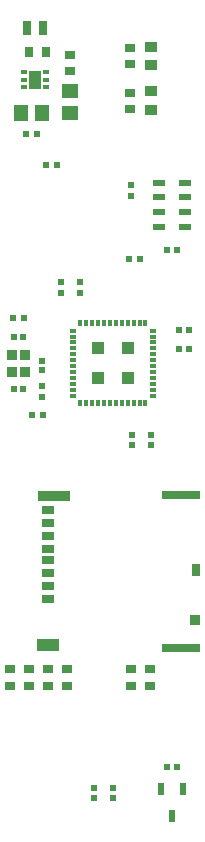
<source format=gtp>
%TF.GenerationSoftware,KiCad,Pcbnew,no-vcs-found-835c19f~60~ubuntu16.04.1*%
%TF.CreationDate,2017-10-14T22:29:22+01:00*%
%TF.ProjectId,altimeter,616C74696D657465722E6B696361645F,rev?*%
%TF.SameCoordinates,Original*%
%TF.FileFunction,Paste,Top*%
%TF.FilePolarity,Positive*%
%FSLAX46Y46*%
G04 Gerber Fmt 4.6, Leading zero omitted, Abs format (unit mm)*
G04 Created by KiCad (PCBNEW no-vcs-found-835c19f~60~ubuntu16.04.1) date Sat Oct 14 22:29:22 2017*
%MOMM*%
%LPD*%
G01*
G04 APERTURE LIST*
%ADD10R,0.620000X0.620000*%
%ADD11R,1.450000X1.150000*%
%ADD12R,1.150000X1.450000*%
%ADD13R,0.900000X0.750000*%
%ADD14R,0.520000X0.520000*%
%ADD15R,1.000000X0.950000*%
%ADD16R,1.100000X0.600000*%
%ADD17R,0.550000X0.300000*%
%ADD18R,0.300000X0.550000*%
%ADD19R,1.002000X1.002000*%
%ADD20R,0.750000X1.300000*%
%ADD21R,0.600000X1.000000*%
%ADD22R,0.750000X0.900000*%
%ADD23R,1.100000X0.700000*%
%ADD24R,1.830000X1.140000*%
%ADD25R,2.800000X0.860000*%
%ADD26R,3.330000X0.700000*%
%ADD27R,0.930000X0.900000*%
%ADD28R,0.780000X1.050000*%
%ADD29R,0.850000X0.950000*%
%ADD30R,1.000000X1.600000*%
%ADD31R,0.500000X0.400000*%
G04 APERTURE END LIST*
D10*
%TO.C,C1*%
X105350000Y-90400000D03*
X106250000Y-90400000D03*
%TD*%
D11*
%TO.C,C2*%
X97200000Y-78800000D03*
X97200000Y-77000000D03*
%TD*%
D12*
%TO.C,C3*%
X93000000Y-78800000D03*
X94800000Y-78800000D03*
%TD*%
D13*
%TO.C,C4*%
X95300000Y-127300000D03*
X95300000Y-125900000D03*
%TD*%
D10*
%TO.C,C5*%
X94350000Y-80600000D03*
X93450000Y-80600000D03*
%TD*%
%TO.C,C6*%
X94800000Y-102850000D03*
X94800000Y-101950000D03*
%TD*%
D14*
%TO.C,C7*%
X92400000Y-97800000D03*
X93200000Y-97800000D03*
%TD*%
%TO.C,C8*%
X92400000Y-102200000D03*
X93200000Y-102200000D03*
%TD*%
D10*
%TO.C,C9*%
X96050000Y-83200000D03*
X95150000Y-83200000D03*
%TD*%
%TO.C,C10*%
X98000000Y-93150000D03*
X98000000Y-94050000D03*
%TD*%
%TO.C,C11*%
X96400000Y-94050000D03*
X96400000Y-93150000D03*
%TD*%
%TO.C,C12*%
X102400000Y-106950000D03*
X102400000Y-106050000D03*
%TD*%
%TO.C,C13*%
X93250000Y-96200000D03*
X92350000Y-96200000D03*
%TD*%
%TO.C,C14*%
X107250000Y-97200000D03*
X106350000Y-97200000D03*
%TD*%
%TO.C,C15*%
X104000000Y-106050000D03*
X104000000Y-106950000D03*
%TD*%
%TO.C,C16*%
X93950000Y-104400000D03*
X94850000Y-104400000D03*
%TD*%
%TO.C,C17*%
X107250000Y-98800000D03*
X106350000Y-98800000D03*
%TD*%
D15*
%TO.C,D1*%
X104000000Y-74800000D03*
X104000000Y-73200000D03*
%TD*%
%TO.C,D2*%
X104000000Y-77000000D03*
X104000000Y-78600000D03*
%TD*%
D16*
%TO.C,IC1*%
X106900000Y-88475000D03*
X106900000Y-87225000D03*
X106900000Y-85975000D03*
X106900000Y-84725000D03*
X104700000Y-84725000D03*
X104700000Y-85975000D03*
X104700000Y-87225000D03*
X104700000Y-88475000D03*
%TD*%
D17*
%TO.C,IC3*%
X97425000Y-97250000D03*
X97425000Y-97750000D03*
X97425000Y-98250000D03*
X97425000Y-98750000D03*
X97425000Y-99250000D03*
X97425000Y-99750000D03*
X97425000Y-100250000D03*
X97425000Y-100750000D03*
X97425000Y-101250000D03*
X97425000Y-101750000D03*
X97425000Y-102250000D03*
X97425000Y-102750000D03*
D18*
X98050000Y-103375000D03*
X98550000Y-103375000D03*
X99050000Y-103375000D03*
X99550000Y-103375000D03*
X100050000Y-103375000D03*
X100550000Y-103375000D03*
X101050000Y-103375000D03*
X101550000Y-103375000D03*
X102050000Y-103375000D03*
X102550000Y-103375000D03*
X103050000Y-103375000D03*
X103550000Y-103375000D03*
D17*
X104175000Y-102750000D03*
X104175000Y-102250000D03*
X104175000Y-101750000D03*
X104175000Y-101250000D03*
X104175000Y-100750000D03*
X104175000Y-100250000D03*
X104175000Y-99750000D03*
X104175000Y-99250000D03*
X104175000Y-98750000D03*
X104175000Y-98250000D03*
X104175000Y-97750000D03*
X104175000Y-97250000D03*
D18*
X103550000Y-96625000D03*
X103050000Y-96625000D03*
X102550000Y-96625000D03*
X102050000Y-96625000D03*
X101550000Y-96625000D03*
X101050000Y-96625000D03*
X100550000Y-96625000D03*
X100050000Y-96625000D03*
X99550000Y-96625000D03*
X99050000Y-96625000D03*
X98550000Y-96625000D03*
X98050000Y-96625000D03*
D19*
X99550000Y-98750000D03*
X99550000Y-101250000D03*
X102050000Y-98750000D03*
X102050000Y-101250000D03*
%TD*%
D20*
%TO.C,L1*%
X94875000Y-71600000D03*
X93525000Y-71600000D03*
%TD*%
D21*
%TO.C,Q1*%
X106750000Y-136050000D03*
X104850000Y-136050000D03*
X105800000Y-138350000D03*
%TD*%
D13*
%TO.C,R1*%
X93700000Y-125900000D03*
X93700000Y-127300000D03*
%TD*%
D10*
%TO.C,R2*%
X105350000Y-134200000D03*
X106250000Y-134200000D03*
%TD*%
D13*
%TO.C,R3*%
X92100000Y-125900000D03*
X92100000Y-127300000D03*
%TD*%
D10*
%TO.C,R4*%
X100800000Y-135950000D03*
X100800000Y-136850000D03*
%TD*%
D13*
%TO.C,R5*%
X103900000Y-125900000D03*
X103900000Y-127300000D03*
%TD*%
D10*
%TO.C,R6*%
X99200000Y-135950000D03*
X99200000Y-136850000D03*
%TD*%
D13*
%TO.C,R7*%
X102300000Y-127300000D03*
X102300000Y-125900000D03*
%TD*%
%TO.C,R8*%
X96900000Y-127300000D03*
X96900000Y-125900000D03*
%TD*%
D22*
%TO.C,R9*%
X93700000Y-73700000D03*
X95100000Y-73700000D03*
%TD*%
D10*
%TO.C,R10*%
X103050000Y-91200000D03*
X102150000Y-91200000D03*
%TD*%
D13*
%TO.C,R11*%
X97200000Y-75300000D03*
X97200000Y-73900000D03*
%TD*%
D10*
%TO.C,R12*%
X102300000Y-84950000D03*
X102300000Y-85850000D03*
%TD*%
D13*
%TO.C,R13*%
X102200000Y-74700000D03*
X102200000Y-73300000D03*
%TD*%
%TO.C,R14*%
X102200000Y-78500000D03*
X102200000Y-77100000D03*
%TD*%
D14*
%TO.C,R15*%
X94800000Y-100600000D03*
X94800000Y-99800000D03*
%TD*%
D23*
%TO.C,U1*%
X95300000Y-120000000D03*
X95300000Y-118900000D03*
X95300000Y-117800000D03*
X95300000Y-116700000D03*
X95300000Y-115700000D03*
X95300000Y-114600000D03*
X95300000Y-113500000D03*
X95300000Y-112400000D03*
D24*
X95315000Y-123880000D03*
D25*
X95800000Y-111220000D03*
D26*
X106565000Y-111140000D03*
X106565000Y-124100000D03*
D27*
X107765000Y-121790000D03*
D28*
X107840000Y-117525000D03*
%TD*%
D29*
%TO.C,Y1*%
X92225000Y-99275000D03*
X92225000Y-100725000D03*
X93375000Y-100725000D03*
X93375000Y-99275000D03*
%TD*%
D30*
%TO.C,IC2*%
X94200000Y-76000000D03*
D31*
X95100000Y-76650000D03*
X95100000Y-76000000D03*
X95100000Y-75350000D03*
X93300000Y-75350000D03*
X93300000Y-76000000D03*
X93300000Y-76650000D03*
%TD*%
M02*

</source>
